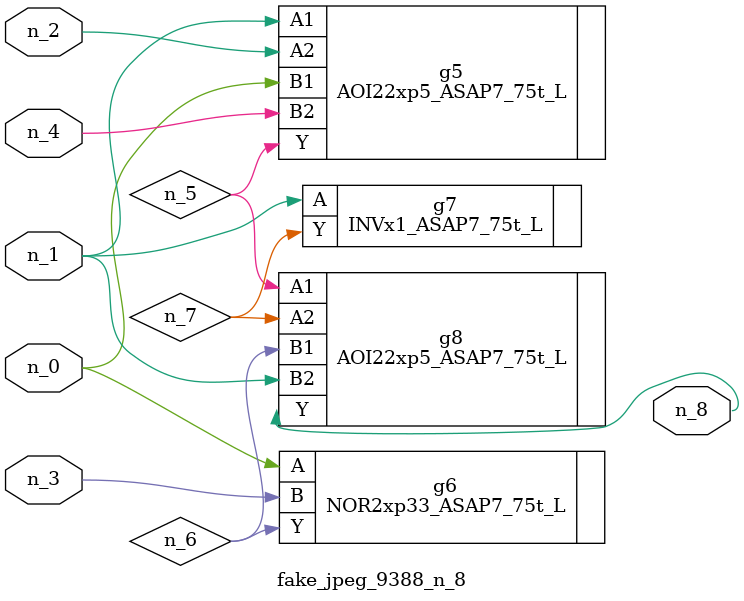
<source format=v>
module fake_jpeg_9388_n_8 (n_3, n_2, n_1, n_0, n_4, n_8);

input n_3;
input n_2;
input n_1;
input n_0;
input n_4;

output n_8;

wire n_6;
wire n_5;
wire n_7;

AOI22xp5_ASAP7_75t_L g5 ( 
.A1(n_1),
.A2(n_2),
.B1(n_0),
.B2(n_4),
.Y(n_5)
);

NOR2xp33_ASAP7_75t_L g6 ( 
.A(n_0),
.B(n_3),
.Y(n_6)
);

INVx1_ASAP7_75t_L g7 ( 
.A(n_1),
.Y(n_7)
);

AOI22xp5_ASAP7_75t_L g8 ( 
.A1(n_5),
.A2(n_7),
.B1(n_6),
.B2(n_1),
.Y(n_8)
);


endmodule
</source>
